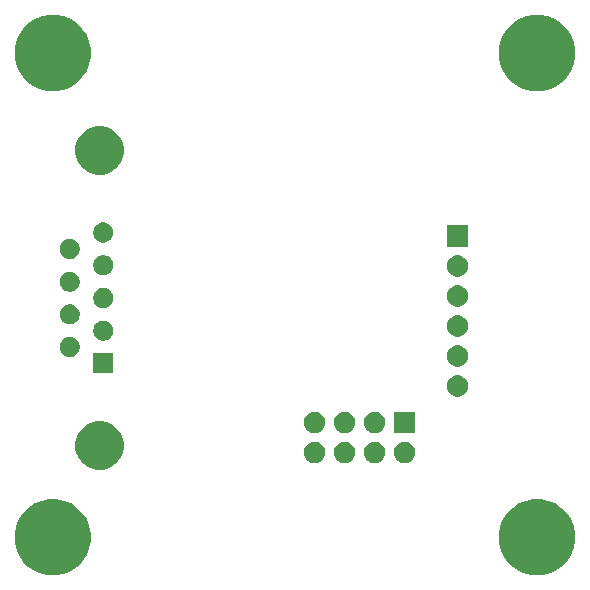
<source format=gbr>
G04 #@! TF.GenerationSoftware,KiCad,Pcbnew,(5.1.5)-3*
G04 #@! TF.CreationDate,2020-04-19T11:44:13-04:00*
G04 #@! TF.ProjectId,RS232_TTL_Female,52533233-325f-4545-944c-5f46656d616c,rev?*
G04 #@! TF.SameCoordinates,Original*
G04 #@! TF.FileFunction,Soldermask,Bot*
G04 #@! TF.FilePolarity,Negative*
%FSLAX46Y46*%
G04 Gerber Fmt 4.6, Leading zero omitted, Abs format (unit mm)*
G04 Created by KiCad (PCBNEW (5.1.5)-3) date 2020-04-19 11:44:13*
%MOMM*%
%LPD*%
G04 APERTURE LIST*
%ADD10C,0.100000*%
G04 APERTURE END LIST*
D10*
G36*
X164840988Y-108727973D02*
G01*
X165428082Y-108971155D01*
X165428084Y-108971156D01*
X165956455Y-109324202D01*
X166405798Y-109773545D01*
X166758844Y-110301916D01*
X166758845Y-110301918D01*
X167002027Y-110889012D01*
X167126000Y-111512265D01*
X167126000Y-112147735D01*
X167002027Y-112770988D01*
X166758845Y-113358082D01*
X166758844Y-113358084D01*
X166405798Y-113886455D01*
X165956455Y-114335798D01*
X165428084Y-114688844D01*
X165428083Y-114688845D01*
X165428082Y-114688845D01*
X164840988Y-114932027D01*
X164217735Y-115056000D01*
X163582265Y-115056000D01*
X162959012Y-114932027D01*
X162371918Y-114688845D01*
X162371917Y-114688845D01*
X162371916Y-114688844D01*
X161843545Y-114335798D01*
X161394202Y-113886455D01*
X161041156Y-113358084D01*
X161041155Y-113358082D01*
X160797973Y-112770988D01*
X160674000Y-112147735D01*
X160674000Y-111512265D01*
X160797973Y-110889012D01*
X161041155Y-110301918D01*
X161041156Y-110301916D01*
X161394202Y-109773545D01*
X161843545Y-109324202D01*
X162371916Y-108971156D01*
X162371918Y-108971155D01*
X162959012Y-108727973D01*
X163582265Y-108604000D01*
X164217735Y-108604000D01*
X164840988Y-108727973D01*
G37*
G36*
X123840988Y-108727973D02*
G01*
X124428082Y-108971155D01*
X124428084Y-108971156D01*
X124956455Y-109324202D01*
X125405798Y-109773545D01*
X125758844Y-110301916D01*
X125758845Y-110301918D01*
X126002027Y-110889012D01*
X126126000Y-111512265D01*
X126126000Y-112147735D01*
X126002027Y-112770988D01*
X125758845Y-113358082D01*
X125758844Y-113358084D01*
X125405798Y-113886455D01*
X124956455Y-114335798D01*
X124428084Y-114688844D01*
X124428083Y-114688845D01*
X124428082Y-114688845D01*
X123840988Y-114932027D01*
X123217735Y-115056000D01*
X122582265Y-115056000D01*
X121959012Y-114932027D01*
X121371918Y-114688845D01*
X121371917Y-114688845D01*
X121371916Y-114688844D01*
X120843545Y-114335798D01*
X120394202Y-113886455D01*
X120041156Y-113358084D01*
X120041155Y-113358082D01*
X119797973Y-112770988D01*
X119674000Y-112147735D01*
X119674000Y-111512265D01*
X119797973Y-110889012D01*
X120041155Y-110301918D01*
X120041156Y-110301916D01*
X120394202Y-109773545D01*
X120843545Y-109324202D01*
X121371916Y-108971156D01*
X121371918Y-108971155D01*
X121959012Y-108727973D01*
X122582265Y-108604000D01*
X123217735Y-108604000D01*
X123840988Y-108727973D01*
G37*
G36*
X127470954Y-102097218D02*
G01*
X127844211Y-102251826D01*
X127844213Y-102251827D01*
X128011060Y-102363311D01*
X128180136Y-102476284D01*
X128465816Y-102761964D01*
X128690274Y-103097889D01*
X128844882Y-103471146D01*
X128923700Y-103867393D01*
X128923700Y-104271407D01*
X128844882Y-104667654D01*
X128747269Y-104903312D01*
X128690273Y-105040913D01*
X128465816Y-105376836D01*
X128180136Y-105662516D01*
X127844213Y-105886973D01*
X127844212Y-105886974D01*
X127844211Y-105886974D01*
X127470954Y-106041582D01*
X127074707Y-106120400D01*
X126670693Y-106120400D01*
X126274446Y-106041582D01*
X125901189Y-105886974D01*
X125901188Y-105886974D01*
X125901187Y-105886973D01*
X125565264Y-105662516D01*
X125279584Y-105376836D01*
X125055127Y-105040913D01*
X124998131Y-104903312D01*
X124900518Y-104667654D01*
X124821700Y-104271407D01*
X124821700Y-103867393D01*
X124900518Y-103471146D01*
X125055126Y-103097889D01*
X125279584Y-102761964D01*
X125565264Y-102476284D01*
X125734340Y-102363311D01*
X125901187Y-102251827D01*
X125901189Y-102251826D01*
X126274446Y-102097218D01*
X126670693Y-102018400D01*
X127074707Y-102018400D01*
X127470954Y-102097218D01*
G37*
G36*
X150260512Y-103744427D02*
G01*
X150409812Y-103774124D01*
X150573784Y-103842044D01*
X150721354Y-103940647D01*
X150846853Y-104066146D01*
X150945456Y-104213716D01*
X151013376Y-104377688D01*
X151048000Y-104551759D01*
X151048000Y-104729241D01*
X151013376Y-104903312D01*
X150945456Y-105067284D01*
X150846853Y-105214854D01*
X150721354Y-105340353D01*
X150573784Y-105438956D01*
X150409812Y-105506876D01*
X150260512Y-105536573D01*
X150235742Y-105541500D01*
X150058258Y-105541500D01*
X150033488Y-105536573D01*
X149884188Y-105506876D01*
X149720216Y-105438956D01*
X149572646Y-105340353D01*
X149447147Y-105214854D01*
X149348544Y-105067284D01*
X149280624Y-104903312D01*
X149246000Y-104729241D01*
X149246000Y-104551759D01*
X149280624Y-104377688D01*
X149348544Y-104213716D01*
X149447147Y-104066146D01*
X149572646Y-103940647D01*
X149720216Y-103842044D01*
X149884188Y-103774124D01*
X150033488Y-103744427D01*
X150058258Y-103739500D01*
X150235742Y-103739500D01*
X150260512Y-103744427D01*
G37*
G36*
X145180512Y-103744427D02*
G01*
X145329812Y-103774124D01*
X145493784Y-103842044D01*
X145641354Y-103940647D01*
X145766853Y-104066146D01*
X145865456Y-104213716D01*
X145933376Y-104377688D01*
X145968000Y-104551759D01*
X145968000Y-104729241D01*
X145933376Y-104903312D01*
X145865456Y-105067284D01*
X145766853Y-105214854D01*
X145641354Y-105340353D01*
X145493784Y-105438956D01*
X145329812Y-105506876D01*
X145180512Y-105536573D01*
X145155742Y-105541500D01*
X144978258Y-105541500D01*
X144953488Y-105536573D01*
X144804188Y-105506876D01*
X144640216Y-105438956D01*
X144492646Y-105340353D01*
X144367147Y-105214854D01*
X144268544Y-105067284D01*
X144200624Y-104903312D01*
X144166000Y-104729241D01*
X144166000Y-104551759D01*
X144200624Y-104377688D01*
X144268544Y-104213716D01*
X144367147Y-104066146D01*
X144492646Y-103940647D01*
X144640216Y-103842044D01*
X144804188Y-103774124D01*
X144953488Y-103744427D01*
X144978258Y-103739500D01*
X145155742Y-103739500D01*
X145180512Y-103744427D01*
G37*
G36*
X147720512Y-103744427D02*
G01*
X147869812Y-103774124D01*
X148033784Y-103842044D01*
X148181354Y-103940647D01*
X148306853Y-104066146D01*
X148405456Y-104213716D01*
X148473376Y-104377688D01*
X148508000Y-104551759D01*
X148508000Y-104729241D01*
X148473376Y-104903312D01*
X148405456Y-105067284D01*
X148306853Y-105214854D01*
X148181354Y-105340353D01*
X148033784Y-105438956D01*
X147869812Y-105506876D01*
X147720512Y-105536573D01*
X147695742Y-105541500D01*
X147518258Y-105541500D01*
X147493488Y-105536573D01*
X147344188Y-105506876D01*
X147180216Y-105438956D01*
X147032646Y-105340353D01*
X146907147Y-105214854D01*
X146808544Y-105067284D01*
X146740624Y-104903312D01*
X146706000Y-104729241D01*
X146706000Y-104551759D01*
X146740624Y-104377688D01*
X146808544Y-104213716D01*
X146907147Y-104066146D01*
X147032646Y-103940647D01*
X147180216Y-103842044D01*
X147344188Y-103774124D01*
X147493488Y-103744427D01*
X147518258Y-103739500D01*
X147695742Y-103739500D01*
X147720512Y-103744427D01*
G37*
G36*
X152800512Y-103744427D02*
G01*
X152949812Y-103774124D01*
X153113784Y-103842044D01*
X153261354Y-103940647D01*
X153386853Y-104066146D01*
X153485456Y-104213716D01*
X153553376Y-104377688D01*
X153588000Y-104551759D01*
X153588000Y-104729241D01*
X153553376Y-104903312D01*
X153485456Y-105067284D01*
X153386853Y-105214854D01*
X153261354Y-105340353D01*
X153113784Y-105438956D01*
X152949812Y-105506876D01*
X152800512Y-105536573D01*
X152775742Y-105541500D01*
X152598258Y-105541500D01*
X152573488Y-105536573D01*
X152424188Y-105506876D01*
X152260216Y-105438956D01*
X152112646Y-105340353D01*
X151987147Y-105214854D01*
X151888544Y-105067284D01*
X151820624Y-104903312D01*
X151786000Y-104729241D01*
X151786000Y-104551759D01*
X151820624Y-104377688D01*
X151888544Y-104213716D01*
X151987147Y-104066146D01*
X152112646Y-103940647D01*
X152260216Y-103842044D01*
X152424188Y-103774124D01*
X152573488Y-103744427D01*
X152598258Y-103739500D01*
X152775742Y-103739500D01*
X152800512Y-103744427D01*
G37*
G36*
X145180512Y-101204427D02*
G01*
X145329812Y-101234124D01*
X145493784Y-101302044D01*
X145641354Y-101400647D01*
X145766853Y-101526146D01*
X145865456Y-101673716D01*
X145933376Y-101837688D01*
X145968000Y-102011759D01*
X145968000Y-102189241D01*
X145933376Y-102363312D01*
X145865456Y-102527284D01*
X145766853Y-102674854D01*
X145641354Y-102800353D01*
X145493784Y-102898956D01*
X145329812Y-102966876D01*
X145180512Y-102996573D01*
X145155742Y-103001500D01*
X144978258Y-103001500D01*
X144953488Y-102996573D01*
X144804188Y-102966876D01*
X144640216Y-102898956D01*
X144492646Y-102800353D01*
X144367147Y-102674854D01*
X144268544Y-102527284D01*
X144200624Y-102363312D01*
X144166000Y-102189241D01*
X144166000Y-102011759D01*
X144200624Y-101837688D01*
X144268544Y-101673716D01*
X144367147Y-101526146D01*
X144492646Y-101400647D01*
X144640216Y-101302044D01*
X144804188Y-101234124D01*
X144953488Y-101204427D01*
X144978258Y-101199500D01*
X145155742Y-101199500D01*
X145180512Y-101204427D01*
G37*
G36*
X153588000Y-103001500D02*
G01*
X151786000Y-103001500D01*
X151786000Y-101199500D01*
X153588000Y-101199500D01*
X153588000Y-103001500D01*
G37*
G36*
X147720512Y-101204427D02*
G01*
X147869812Y-101234124D01*
X148033784Y-101302044D01*
X148181354Y-101400647D01*
X148306853Y-101526146D01*
X148405456Y-101673716D01*
X148473376Y-101837688D01*
X148508000Y-102011759D01*
X148508000Y-102189241D01*
X148473376Y-102363312D01*
X148405456Y-102527284D01*
X148306853Y-102674854D01*
X148181354Y-102800353D01*
X148033784Y-102898956D01*
X147869812Y-102966876D01*
X147720512Y-102996573D01*
X147695742Y-103001500D01*
X147518258Y-103001500D01*
X147493488Y-102996573D01*
X147344188Y-102966876D01*
X147180216Y-102898956D01*
X147032646Y-102800353D01*
X146907147Y-102674854D01*
X146808544Y-102527284D01*
X146740624Y-102363312D01*
X146706000Y-102189241D01*
X146706000Y-102011759D01*
X146740624Y-101837688D01*
X146808544Y-101673716D01*
X146907147Y-101526146D01*
X147032646Y-101400647D01*
X147180216Y-101302044D01*
X147344188Y-101234124D01*
X147493488Y-101204427D01*
X147518258Y-101199500D01*
X147695742Y-101199500D01*
X147720512Y-101204427D01*
G37*
G36*
X150260512Y-101204427D02*
G01*
X150409812Y-101234124D01*
X150573784Y-101302044D01*
X150721354Y-101400647D01*
X150846853Y-101526146D01*
X150945456Y-101673716D01*
X151013376Y-101837688D01*
X151048000Y-102011759D01*
X151048000Y-102189241D01*
X151013376Y-102363312D01*
X150945456Y-102527284D01*
X150846853Y-102674854D01*
X150721354Y-102800353D01*
X150573784Y-102898956D01*
X150409812Y-102966876D01*
X150260512Y-102996573D01*
X150235742Y-103001500D01*
X150058258Y-103001500D01*
X150033488Y-102996573D01*
X149884188Y-102966876D01*
X149720216Y-102898956D01*
X149572646Y-102800353D01*
X149447147Y-102674854D01*
X149348544Y-102527284D01*
X149280624Y-102363312D01*
X149246000Y-102189241D01*
X149246000Y-102011759D01*
X149280624Y-101837688D01*
X149348544Y-101673716D01*
X149447147Y-101526146D01*
X149572646Y-101400647D01*
X149720216Y-101302044D01*
X149884188Y-101234124D01*
X150033488Y-101204427D01*
X150058258Y-101199500D01*
X150235742Y-101199500D01*
X150260512Y-101204427D01*
G37*
G36*
X157283612Y-98131027D02*
G01*
X157432912Y-98160724D01*
X157596884Y-98228644D01*
X157744454Y-98327247D01*
X157869953Y-98452746D01*
X157968556Y-98600316D01*
X158036476Y-98764288D01*
X158071100Y-98938359D01*
X158071100Y-99115841D01*
X158036476Y-99289912D01*
X157968556Y-99453884D01*
X157869953Y-99601454D01*
X157744454Y-99726953D01*
X157596884Y-99825556D01*
X157432912Y-99893476D01*
X157283612Y-99923173D01*
X157258842Y-99928100D01*
X157081358Y-99928100D01*
X157056588Y-99923173D01*
X156907288Y-99893476D01*
X156743316Y-99825556D01*
X156595746Y-99726953D01*
X156470247Y-99601454D01*
X156371644Y-99453884D01*
X156303724Y-99289912D01*
X156269100Y-99115841D01*
X156269100Y-98938359D01*
X156303724Y-98764288D01*
X156371644Y-98600316D01*
X156470247Y-98452746D01*
X156595746Y-98327247D01*
X156743316Y-98228644D01*
X156907288Y-98160724D01*
X157056588Y-98131027D01*
X157081358Y-98126100D01*
X157258842Y-98126100D01*
X157283612Y-98131027D01*
G37*
G36*
X128023700Y-97960400D02*
G01*
X126321700Y-97960400D01*
X126321700Y-96258400D01*
X128023700Y-96258400D01*
X128023700Y-97960400D01*
G37*
G36*
X157283612Y-95591027D02*
G01*
X157432912Y-95620724D01*
X157596884Y-95688644D01*
X157744454Y-95787247D01*
X157869953Y-95912746D01*
X157968556Y-96060316D01*
X158036476Y-96224288D01*
X158071100Y-96398359D01*
X158071100Y-96575841D01*
X158036476Y-96749912D01*
X157968556Y-96913884D01*
X157869953Y-97061454D01*
X157744454Y-97186953D01*
X157596884Y-97285556D01*
X157432912Y-97353476D01*
X157283612Y-97383173D01*
X157258842Y-97388100D01*
X157081358Y-97388100D01*
X157056588Y-97383173D01*
X156907288Y-97353476D01*
X156743316Y-97285556D01*
X156595746Y-97186953D01*
X156470247Y-97061454D01*
X156371644Y-96913884D01*
X156303724Y-96749912D01*
X156269100Y-96575841D01*
X156269100Y-96398359D01*
X156303724Y-96224288D01*
X156371644Y-96060316D01*
X156470247Y-95912746D01*
X156595746Y-95787247D01*
X156743316Y-95688644D01*
X156907288Y-95620724D01*
X157056588Y-95591027D01*
X157081358Y-95586100D01*
X157258842Y-95586100D01*
X157283612Y-95591027D01*
G37*
G36*
X124580928Y-94906103D02*
G01*
X124735800Y-94970253D01*
X124875181Y-95063385D01*
X124993715Y-95181919D01*
X125086847Y-95321300D01*
X125150997Y-95476172D01*
X125183700Y-95640584D01*
X125183700Y-95808216D01*
X125150997Y-95972628D01*
X125086847Y-96127500D01*
X124993715Y-96266881D01*
X124875181Y-96385415D01*
X124735800Y-96478547D01*
X124580928Y-96542697D01*
X124416516Y-96575400D01*
X124248884Y-96575400D01*
X124084472Y-96542697D01*
X123929600Y-96478547D01*
X123790219Y-96385415D01*
X123671685Y-96266881D01*
X123578553Y-96127500D01*
X123514403Y-95972628D01*
X123481700Y-95808216D01*
X123481700Y-95640584D01*
X123514403Y-95476172D01*
X123578553Y-95321300D01*
X123671685Y-95181919D01*
X123790219Y-95063385D01*
X123929600Y-94970253D01*
X124084472Y-94906103D01*
X124248884Y-94873400D01*
X124416516Y-94873400D01*
X124580928Y-94906103D01*
G37*
G36*
X127420928Y-93521103D02*
G01*
X127575800Y-93585253D01*
X127715181Y-93678385D01*
X127833715Y-93796919D01*
X127926847Y-93936300D01*
X127990997Y-94091172D01*
X128023700Y-94255584D01*
X128023700Y-94423216D01*
X127990997Y-94587628D01*
X127926847Y-94742500D01*
X127833715Y-94881881D01*
X127715181Y-95000415D01*
X127575800Y-95093547D01*
X127420928Y-95157697D01*
X127256516Y-95190400D01*
X127088884Y-95190400D01*
X126924472Y-95157697D01*
X126769600Y-95093547D01*
X126630219Y-95000415D01*
X126511685Y-94881881D01*
X126418553Y-94742500D01*
X126354403Y-94587628D01*
X126321700Y-94423216D01*
X126321700Y-94255584D01*
X126354403Y-94091172D01*
X126418553Y-93936300D01*
X126511685Y-93796919D01*
X126630219Y-93678385D01*
X126769600Y-93585253D01*
X126924472Y-93521103D01*
X127088884Y-93488400D01*
X127256516Y-93488400D01*
X127420928Y-93521103D01*
G37*
G36*
X157283612Y-93051027D02*
G01*
X157432912Y-93080724D01*
X157596884Y-93148644D01*
X157744454Y-93247247D01*
X157869953Y-93372746D01*
X157968556Y-93520316D01*
X158036476Y-93684288D01*
X158071100Y-93858359D01*
X158071100Y-94035841D01*
X158036476Y-94209912D01*
X157968556Y-94373884D01*
X157869953Y-94521454D01*
X157744454Y-94646953D01*
X157596884Y-94745556D01*
X157432912Y-94813476D01*
X157283612Y-94843173D01*
X157258842Y-94848100D01*
X157081358Y-94848100D01*
X157056588Y-94843173D01*
X156907288Y-94813476D01*
X156743316Y-94745556D01*
X156595746Y-94646953D01*
X156470247Y-94521454D01*
X156371644Y-94373884D01*
X156303724Y-94209912D01*
X156269100Y-94035841D01*
X156269100Y-93858359D01*
X156303724Y-93684288D01*
X156371644Y-93520316D01*
X156470247Y-93372746D01*
X156595746Y-93247247D01*
X156743316Y-93148644D01*
X156907288Y-93080724D01*
X157056588Y-93051027D01*
X157081358Y-93046100D01*
X157258842Y-93046100D01*
X157283612Y-93051027D01*
G37*
G36*
X124580928Y-92136103D02*
G01*
X124735800Y-92200253D01*
X124875181Y-92293385D01*
X124993715Y-92411919D01*
X125086847Y-92551300D01*
X125150997Y-92706172D01*
X125183700Y-92870584D01*
X125183700Y-93038216D01*
X125150997Y-93202628D01*
X125086847Y-93357500D01*
X124993715Y-93496881D01*
X124875181Y-93615415D01*
X124735800Y-93708547D01*
X124580928Y-93772697D01*
X124416516Y-93805400D01*
X124248884Y-93805400D01*
X124084472Y-93772697D01*
X123929600Y-93708547D01*
X123790219Y-93615415D01*
X123671685Y-93496881D01*
X123578553Y-93357500D01*
X123514403Y-93202628D01*
X123481700Y-93038216D01*
X123481700Y-92870584D01*
X123514403Y-92706172D01*
X123578553Y-92551300D01*
X123671685Y-92411919D01*
X123790219Y-92293385D01*
X123929600Y-92200253D01*
X124084472Y-92136103D01*
X124248884Y-92103400D01*
X124416516Y-92103400D01*
X124580928Y-92136103D01*
G37*
G36*
X127420928Y-90751103D02*
G01*
X127575800Y-90815253D01*
X127715181Y-90908385D01*
X127833715Y-91026919D01*
X127926847Y-91166300D01*
X127990997Y-91321172D01*
X128023700Y-91485584D01*
X128023700Y-91653216D01*
X127990997Y-91817628D01*
X127926847Y-91972500D01*
X127833715Y-92111881D01*
X127715181Y-92230415D01*
X127575800Y-92323547D01*
X127420928Y-92387697D01*
X127256516Y-92420400D01*
X127088884Y-92420400D01*
X126924472Y-92387697D01*
X126769600Y-92323547D01*
X126630219Y-92230415D01*
X126511685Y-92111881D01*
X126418553Y-91972500D01*
X126354403Y-91817628D01*
X126321700Y-91653216D01*
X126321700Y-91485584D01*
X126354403Y-91321172D01*
X126418553Y-91166300D01*
X126511685Y-91026919D01*
X126630219Y-90908385D01*
X126769600Y-90815253D01*
X126924472Y-90751103D01*
X127088884Y-90718400D01*
X127256516Y-90718400D01*
X127420928Y-90751103D01*
G37*
G36*
X157283612Y-90511027D02*
G01*
X157432912Y-90540724D01*
X157596884Y-90608644D01*
X157744454Y-90707247D01*
X157869953Y-90832746D01*
X157968556Y-90980316D01*
X158036476Y-91144288D01*
X158071100Y-91318359D01*
X158071100Y-91495841D01*
X158036476Y-91669912D01*
X157968556Y-91833884D01*
X157869953Y-91981454D01*
X157744454Y-92106953D01*
X157596884Y-92205556D01*
X157432912Y-92273476D01*
X157283612Y-92303173D01*
X157258842Y-92308100D01*
X157081358Y-92308100D01*
X157056588Y-92303173D01*
X156907288Y-92273476D01*
X156743316Y-92205556D01*
X156595746Y-92106953D01*
X156470247Y-91981454D01*
X156371644Y-91833884D01*
X156303724Y-91669912D01*
X156269100Y-91495841D01*
X156269100Y-91318359D01*
X156303724Y-91144288D01*
X156371644Y-90980316D01*
X156470247Y-90832746D01*
X156595746Y-90707247D01*
X156743316Y-90608644D01*
X156907288Y-90540724D01*
X157056588Y-90511027D01*
X157081358Y-90506100D01*
X157258842Y-90506100D01*
X157283612Y-90511027D01*
G37*
G36*
X124580928Y-89366103D02*
G01*
X124735800Y-89430253D01*
X124875181Y-89523385D01*
X124993715Y-89641919D01*
X125086847Y-89781300D01*
X125150997Y-89936172D01*
X125183700Y-90100584D01*
X125183700Y-90268216D01*
X125150997Y-90432628D01*
X125086847Y-90587500D01*
X124993715Y-90726881D01*
X124875181Y-90845415D01*
X124735800Y-90938547D01*
X124580928Y-91002697D01*
X124416516Y-91035400D01*
X124248884Y-91035400D01*
X124084472Y-91002697D01*
X123929600Y-90938547D01*
X123790219Y-90845415D01*
X123671685Y-90726881D01*
X123578553Y-90587500D01*
X123514403Y-90432628D01*
X123481700Y-90268216D01*
X123481700Y-90100584D01*
X123514403Y-89936172D01*
X123578553Y-89781300D01*
X123671685Y-89641919D01*
X123790219Y-89523385D01*
X123929600Y-89430253D01*
X124084472Y-89366103D01*
X124248884Y-89333400D01*
X124416516Y-89333400D01*
X124580928Y-89366103D01*
G37*
G36*
X157283612Y-87971027D02*
G01*
X157432912Y-88000724D01*
X157596884Y-88068644D01*
X157744454Y-88167247D01*
X157869953Y-88292746D01*
X157968556Y-88440316D01*
X158036476Y-88604288D01*
X158071100Y-88778359D01*
X158071100Y-88955841D01*
X158036476Y-89129912D01*
X157968556Y-89293884D01*
X157869953Y-89441454D01*
X157744454Y-89566953D01*
X157596884Y-89665556D01*
X157432912Y-89733476D01*
X157283612Y-89763173D01*
X157258842Y-89768100D01*
X157081358Y-89768100D01*
X157056588Y-89763173D01*
X156907288Y-89733476D01*
X156743316Y-89665556D01*
X156595746Y-89566953D01*
X156470247Y-89441454D01*
X156371644Y-89293884D01*
X156303724Y-89129912D01*
X156269100Y-88955841D01*
X156269100Y-88778359D01*
X156303724Y-88604288D01*
X156371644Y-88440316D01*
X156470247Y-88292746D01*
X156595746Y-88167247D01*
X156743316Y-88068644D01*
X156907288Y-88000724D01*
X157056588Y-87971027D01*
X157081358Y-87966100D01*
X157258842Y-87966100D01*
X157283612Y-87971027D01*
G37*
G36*
X127420928Y-87981103D02*
G01*
X127575800Y-88045253D01*
X127715181Y-88138385D01*
X127833715Y-88256919D01*
X127926847Y-88396300D01*
X127990997Y-88551172D01*
X128023700Y-88715584D01*
X128023700Y-88883216D01*
X127990997Y-89047628D01*
X127926847Y-89202500D01*
X127833715Y-89341881D01*
X127715181Y-89460415D01*
X127575800Y-89553547D01*
X127420928Y-89617697D01*
X127256516Y-89650400D01*
X127088884Y-89650400D01*
X126924472Y-89617697D01*
X126769600Y-89553547D01*
X126630219Y-89460415D01*
X126511685Y-89341881D01*
X126418553Y-89202500D01*
X126354403Y-89047628D01*
X126321700Y-88883216D01*
X126321700Y-88715584D01*
X126354403Y-88551172D01*
X126418553Y-88396300D01*
X126511685Y-88256919D01*
X126630219Y-88138385D01*
X126769600Y-88045253D01*
X126924472Y-87981103D01*
X127088884Y-87948400D01*
X127256516Y-87948400D01*
X127420928Y-87981103D01*
G37*
G36*
X124580928Y-86596103D02*
G01*
X124735800Y-86660253D01*
X124875181Y-86753385D01*
X124993715Y-86871919D01*
X125086847Y-87011300D01*
X125150997Y-87166172D01*
X125183700Y-87330584D01*
X125183700Y-87498216D01*
X125150997Y-87662628D01*
X125086847Y-87817500D01*
X124993715Y-87956881D01*
X124875181Y-88075415D01*
X124735800Y-88168547D01*
X124580928Y-88232697D01*
X124416516Y-88265400D01*
X124248884Y-88265400D01*
X124084472Y-88232697D01*
X123929600Y-88168547D01*
X123790219Y-88075415D01*
X123671685Y-87956881D01*
X123578553Y-87817500D01*
X123514403Y-87662628D01*
X123481700Y-87498216D01*
X123481700Y-87330584D01*
X123514403Y-87166172D01*
X123578553Y-87011300D01*
X123671685Y-86871919D01*
X123790219Y-86753385D01*
X123929600Y-86660253D01*
X124084472Y-86596103D01*
X124248884Y-86563400D01*
X124416516Y-86563400D01*
X124580928Y-86596103D01*
G37*
G36*
X158071100Y-87228100D02*
G01*
X156269100Y-87228100D01*
X156269100Y-85426100D01*
X158071100Y-85426100D01*
X158071100Y-87228100D01*
G37*
G36*
X127420928Y-85211103D02*
G01*
X127575800Y-85275253D01*
X127715181Y-85368385D01*
X127833715Y-85486919D01*
X127926847Y-85626300D01*
X127990997Y-85781172D01*
X128023700Y-85945584D01*
X128023700Y-86113216D01*
X127990997Y-86277628D01*
X127926847Y-86432500D01*
X127833715Y-86571881D01*
X127715181Y-86690415D01*
X127575800Y-86783547D01*
X127420928Y-86847697D01*
X127256516Y-86880400D01*
X127088884Y-86880400D01*
X126924472Y-86847697D01*
X126769600Y-86783547D01*
X126630219Y-86690415D01*
X126511685Y-86571881D01*
X126418553Y-86432500D01*
X126354403Y-86277628D01*
X126321700Y-86113216D01*
X126321700Y-85945584D01*
X126354403Y-85781172D01*
X126418553Y-85626300D01*
X126511685Y-85486919D01*
X126630219Y-85368385D01*
X126769600Y-85275253D01*
X126924472Y-85211103D01*
X127088884Y-85178400D01*
X127256516Y-85178400D01*
X127420928Y-85211103D01*
G37*
G36*
X127470954Y-77097218D02*
G01*
X127844211Y-77251826D01*
X127844213Y-77251827D01*
X128180136Y-77476284D01*
X128465816Y-77761964D01*
X128690274Y-78097889D01*
X128844882Y-78471146D01*
X128923700Y-78867393D01*
X128923700Y-79271407D01*
X128844882Y-79667654D01*
X128690274Y-80040911D01*
X128690273Y-80040913D01*
X128465816Y-80376836D01*
X128180136Y-80662516D01*
X127844213Y-80886973D01*
X127844212Y-80886974D01*
X127844211Y-80886974D01*
X127470954Y-81041582D01*
X127074707Y-81120400D01*
X126670693Y-81120400D01*
X126274446Y-81041582D01*
X125901189Y-80886974D01*
X125901188Y-80886974D01*
X125901187Y-80886973D01*
X125565264Y-80662516D01*
X125279584Y-80376836D01*
X125055127Y-80040913D01*
X125055126Y-80040911D01*
X124900518Y-79667654D01*
X124821700Y-79271407D01*
X124821700Y-78867393D01*
X124900518Y-78471146D01*
X125055126Y-78097889D01*
X125279584Y-77761964D01*
X125565264Y-77476284D01*
X125901187Y-77251827D01*
X125901189Y-77251826D01*
X126274446Y-77097218D01*
X126670693Y-77018400D01*
X127074707Y-77018400D01*
X127470954Y-77097218D01*
G37*
G36*
X123840988Y-67727973D02*
G01*
X124428082Y-67971155D01*
X124428084Y-67971156D01*
X124956455Y-68324202D01*
X125405798Y-68773545D01*
X125758844Y-69301916D01*
X125758845Y-69301918D01*
X126002027Y-69889012D01*
X126126000Y-70512265D01*
X126126000Y-71147735D01*
X126002027Y-71770988D01*
X125758845Y-72358082D01*
X125758844Y-72358084D01*
X125405798Y-72886455D01*
X124956455Y-73335798D01*
X124428084Y-73688844D01*
X124428083Y-73688845D01*
X124428082Y-73688845D01*
X123840988Y-73932027D01*
X123217735Y-74056000D01*
X122582265Y-74056000D01*
X121959012Y-73932027D01*
X121371918Y-73688845D01*
X121371917Y-73688845D01*
X121371916Y-73688844D01*
X120843545Y-73335798D01*
X120394202Y-72886455D01*
X120041156Y-72358084D01*
X120041155Y-72358082D01*
X119797973Y-71770988D01*
X119674000Y-71147735D01*
X119674000Y-70512265D01*
X119797973Y-69889012D01*
X120041155Y-69301918D01*
X120041156Y-69301916D01*
X120394202Y-68773545D01*
X120843545Y-68324202D01*
X121371916Y-67971156D01*
X121371918Y-67971155D01*
X121959012Y-67727973D01*
X122582265Y-67604000D01*
X123217735Y-67604000D01*
X123840988Y-67727973D01*
G37*
G36*
X164840988Y-67727973D02*
G01*
X165428082Y-67971155D01*
X165428084Y-67971156D01*
X165956455Y-68324202D01*
X166405798Y-68773545D01*
X166758844Y-69301916D01*
X166758845Y-69301918D01*
X167002027Y-69889012D01*
X167126000Y-70512265D01*
X167126000Y-71147735D01*
X167002027Y-71770988D01*
X166758845Y-72358082D01*
X166758844Y-72358084D01*
X166405798Y-72886455D01*
X165956455Y-73335798D01*
X165428084Y-73688844D01*
X165428083Y-73688845D01*
X165428082Y-73688845D01*
X164840988Y-73932027D01*
X164217735Y-74056000D01*
X163582265Y-74056000D01*
X162959012Y-73932027D01*
X162371918Y-73688845D01*
X162371917Y-73688845D01*
X162371916Y-73688844D01*
X161843545Y-73335798D01*
X161394202Y-72886455D01*
X161041156Y-72358084D01*
X161041155Y-72358082D01*
X160797973Y-71770988D01*
X160674000Y-71147735D01*
X160674000Y-70512265D01*
X160797973Y-69889012D01*
X161041155Y-69301918D01*
X161041156Y-69301916D01*
X161394202Y-68773545D01*
X161843545Y-68324202D01*
X162371916Y-67971156D01*
X162371918Y-67971155D01*
X162959012Y-67727973D01*
X163582265Y-67604000D01*
X164217735Y-67604000D01*
X164840988Y-67727973D01*
G37*
M02*

</source>
